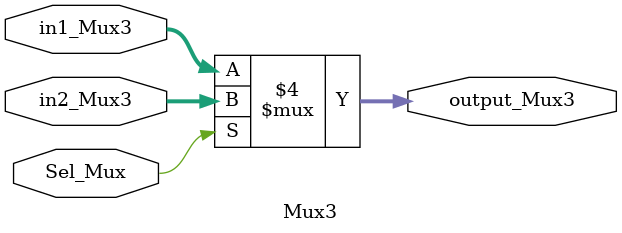
<source format=v>


`timescale 1ns/10ps

module Mux3 (
    Sel_Mux,
    in1_Mux3,
    in2_Mux3,
    output_Mux3
);


input [0:0] Sel_Mux;
input [31:0] in1_Mux3;
input [31:0] in2_Mux3;
output [31:0] output_Mux3;
reg [31:0] output_Mux3;




always @(Sel_Mux, in2_Mux3, in1_Mux3) begin: MUX3_BEHAVIOR_MUX3
    if ((Sel_Mux == 0)) begin
        output_Mux3 = in1_Mux3;
    end
    else begin
        output_Mux3 = in2_Mux3;
    end
end

endmodule

</source>
